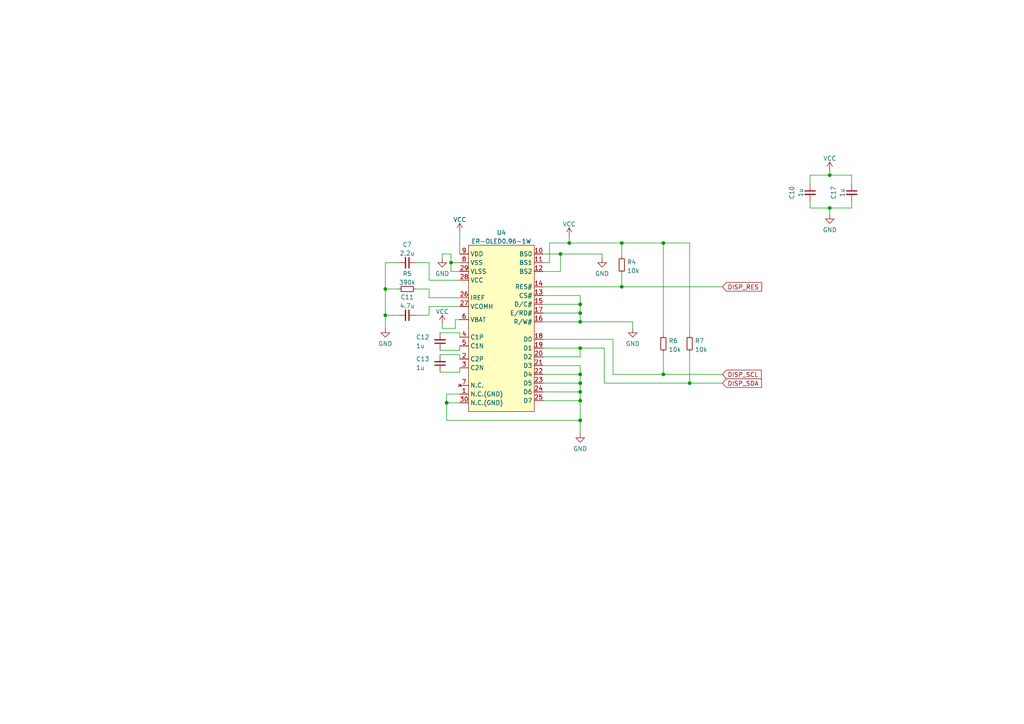
<source format=kicad_sch>
(kicad_sch (version 20230121) (generator eeschema)
  (paper "A4")
  (lib_symbols
    (symbol "Device:C_Small" (pin_numbers hide) (pin_names (offset 0.254) hide)
      (property "Reference" "C" (at 0.254 1.778 0))
      (property "Value" "C_Small" (at 0.254 -2.032 0))
      (symbol "C_Small_0_1"
        (polyline (pts (xy -1.524 -0.508) (xy 1.524 -0.508)) (stroke (width 0.3302)))
        (polyline (pts (xy -1.524 0.508) (xy 1.524 0.508)) (stroke (width 0.3048)))
      )
      (symbol "C_Small_1_1"
        (pin passive line (at 0 2.54 270) (length 2.032) (name "~") (number "1"))
        (pin passive line (at 0 -2.54 90) (length 2.032) (name "~") (number "2"))
      )
    )
    (symbol "Device:R_Small" (pin_numbers hide) (pin_names (offset 0.254) hide)
      (property "Reference" "R" (at 0.762 0.508 0))
      (property "Value" "R_Small" (at 0.762 -1.016 0))
      (symbol "R_Small_0_1"
        (rectangle (start -0.762 1.778) (end 0.762 -1.778) (stroke (width 0.2032)))
      )
      (symbol "R_Small_1_1"
        (pin passive line (at 0 2.54 270) (length 0.762) (name "~") (number "1"))
        (pin passive line (at 0 -2.54 90) (length 0.762) (name "~") (number "2"))
      )
    )
    (symbol "Symbols:SSD1306"
      (property "Reference" "U" (at -8.255 3.81 0))
      (property "Value" "SSD1306" (at 5.08 3.81 0))
      (symbol "SSD1306_0_1"
        (rectangle (start -9.525 2.54) (end 9.525 -45.72) (stroke (width 0.1524)) (fill (type background)))
        (rectangle (start -5.715 2.54) (end -5.715 2.54) (stroke (width 0.1524)) (fill (type outline)))
      )
      (symbol "SSD1306_1_1"
        (pin power_in line (at -12.065 -40.64 0) (length 2.54) (name "N.C.(GND)") (number "1"))
        (pin input line (at 12.065 0 180) (length 2.54) (name "BS0") (number "10"))
        (pin input line (at 12.065 -2.54 180) (length 2.54) (name "BS1") (number "11"))
        (pin input line (at 12.065 -5.08 180) (length 2.54) (name "BS2") (number "12"))
        (pin input line (at 12.065 -12.065 180) (length 2.54) (name "CS#") (number "13"))
        (pin input line (at 12.065 -9.525 180) (length 2.54) (name "RES#") (number "14"))
        (pin input line (at 12.065 -14.605 180) (length 2.54) (name "D/C#") (number "15"))
        (pin input line (at 12.065 -19.685 180) (length 2.54) (name "R/W#") (number "16"))
        (pin input line (at 12.065 -17.145 180) (length 2.54) (name "E/RD#") (number "17"))
        (pin bidirectional line (at 12.065 -24.765 180) (length 2.54) (name "D0") (number "18"))
        (pin bidirectional line (at 12.065 -27.305 180) (length 2.54) (name "D1") (number "19"))
        (pin input line (at -12.065 -30.48 0) (length 2.54) (name "C2P") (number "2"))
        (pin bidirectional line (at 12.065 -29.845 180) (length 2.54) (name "D2") (number "20"))
        (pin bidirectional line (at 12.065 -32.385 180) (length 2.54) (name "D3") (number "21"))
        (pin bidirectional line (at 12.065 -34.925 180) (length 2.54) (name "D4") (number "22"))
        (pin bidirectional line (at 12.065 -37.465 180) (length 2.54) (name "D5") (number "23"))
        (pin bidirectional line (at 12.065 -40.005 180) (length 2.54) (name "D6") (number "24"))
        (pin bidirectional line (at 12.065 -42.545 180) (length 2.54) (name "D7") (number "25"))
        (pin input line (at -12.065 -12.7 0) (length 2.54) (name "IREF") (number "26"))
        (pin output line (at -12.065 -15.24 0) (length 2.54) (name "VCOMH") (number "27"))
        (pin power_in line (at -12.065 -7.62 0) (length 2.54) (name "VCC") (number "28"))
        (pin power_in line (at -12.065 -5.08 0) (length 2.54) (name "VLSS") (number "29"))
        (pin input line (at -12.065 -33.02 0) (length 2.54) (name "C2N") (number "3"))
        (pin power_in line (at -12.065 -43.18 0) (length 2.54) (name "N.C.(GND)") (number "30"))
        (pin input line (at -12.065 -24.13 0) (length 2.54) (name "C1P") (number "4"))
        (pin input line (at -12.065 -26.67 0) (length 2.54) (name "C1N") (number "5"))
        (pin power_in line (at -12.065 -19.05 0) (length 2.54) (name "VBAT") (number "6"))
        (pin no_connect line (at -12.065 -38.1 0) (length 2.54) (name "N.C.") (number "7"))
        (pin power_in line (at -12.065 -2.54 0) (length 2.54) (name "VSS") (number "8"))
        (pin power_in line (at -12.065 0 0) (length 2.54) (name "VDD") (number "9"))
      )
    )
    (symbol "power:GND" (power) (pin_names (offset 0))
      (property "Value" "GND" (at 0 -3.81 0))
      (symbol "GND_0_1"
        (polyline (pts (xy 0 0) (xy 0 -1.27) (xy 1.27 -1.27) (xy 0 -2.54) (xy -1.27 -1.27) (xy 0 -1.27)))
      )
      (symbol "GND_1_1"
        (pin power_in line (at 0 0 270) (length 0) hide (name "GND") (number "1"))
      )
    )
    (symbol "power:VCC" (power) (pin_names (offset 0))
      (property "Value" "VCC" (at 0 3.81 0))
      (symbol "VCC_0_1"
        (polyline (pts (xy -0.762 1.27) (xy 0 2.54)))
        (polyline (pts (xy 0 0) (xy 0 2.54)))
        (polyline (pts (xy 0 2.54) (xy 0.762 1.27)))
      )
      (symbol "VCC_1_1"
        (pin power_in line (at 0 0 90) (length 0) hide (name "VCC") (number "1"))
      )
    )
  )
  (junction (at 168.275 108.585))
  (junction (at 165.1 70.485))
  (junction (at 192.405 108.585))
  (junction (at 111.76 91.44))
  (junction (at 180.34 83.185))
  (junction (at 129.54 116.84))
  (junction (at 192.405 70.485))
  (junction (at 168.275 116.205))
  (junction (at 168.275 88.265))
  (junction (at 168.275 111.125))
  (junction (at 111.76 83.82))
  (junction (at 168.275 113.665))
  (junction (at 240.665 50.8))
  (junction (at 168.275 121.92))
  (junction (at 168.275 90.805))
  (junction (at 240.665 60.325))
  (junction (at 130.81 76.2))
  (junction (at 180.34 70.485))
  (junction (at 168.275 93.345))
  (junction (at 168.275 100.965))
  (junction (at 200.025 111.125))
  (junction (at 162.56 73.66))
  (wire (pts (xy 130.81 76.2) (xy 130.81 73.66)))
  (wire (pts (xy 157.48 100.965) (xy 168.275 100.965)))
  (wire (pts (xy 133.35 114.3) (xy 129.54 114.3)))
  (wire (pts (xy 133.35 102.87) (xy 133.35 104.14)))
  (wire (pts (xy 192.405 97.155) (xy 192.405 70.485)))
  (wire (pts (xy 133.35 67.31) (xy 133.35 73.66)))
  (wire (pts (xy 168.275 85.725) (xy 168.275 88.265)))
  (wire (pts (xy 133.35 100.33) (xy 133.35 101.6)))
  (wire (pts (xy 133.35 101.6) (xy 127.635 101.6)))
  (wire (pts (xy 247.015 58.42) (xy 247.015 60.325)))
  (wire (pts (xy 124.46 88.9) (xy 133.35 88.9)))
  (wire (pts (xy 159.385 76.2) (xy 159.385 70.485)))
  (wire (pts (xy 157.48 103.505) (xy 168.275 103.505)))
  (wire (pts (xy 200.025 97.155) (xy 200.025 70.485)))
  (wire (pts (xy 165.1 68.58) (xy 165.1 70.485)))
  (wire (pts (xy 240.665 50.8) (xy 234.95 50.8)))
  (wire (pts (xy 132.08 95.25) (xy 132.08 92.71)))
  (wire (pts (xy 157.48 93.345) (xy 168.275 93.345)))
  (wire (pts (xy 133.35 106.68) (xy 133.35 107.95)))
  (wire (pts (xy 177.8 98.425) (xy 177.8 108.585)))
  (wire (pts (xy 124.46 83.82) (xy 124.46 86.36)))
  (wire (pts (xy 192.405 70.485) (xy 180.34 70.485)))
  (wire (pts (xy 127.635 107.95) (xy 133.35 107.95)))
  (wire (pts (xy 128.27 95.25) (xy 128.27 93.98)))
  (wire (pts (xy 234.95 58.42) (xy 234.95 60.325)))
  (wire (pts (xy 157.48 106.045) (xy 168.275 106.045)))
  (wire (pts (xy 128.27 73.66) (xy 128.27 74.93)))
  (wire (pts (xy 127.635 96.52) (xy 133.35 96.52)))
  (wire (pts (xy 130.81 78.74) (xy 130.81 76.2)))
  (wire (pts (xy 162.56 73.66) (xy 162.56 78.74)))
  (wire (pts (xy 168.275 90.805) (xy 168.275 93.345)))
  (wire (pts (xy 157.48 111.125) (xy 168.275 111.125)))
  (wire (pts (xy 157.48 85.725) (xy 168.275 85.725)))
  (wire (pts (xy 111.76 83.82) (xy 111.76 91.44)))
  (wire (pts (xy 120.65 91.44) (xy 124.46 91.44)))
  (wire (pts (xy 124.46 81.28) (xy 124.46 76.2)))
  (wire (pts (xy 133.35 96.52) (xy 133.35 97.79)))
  (wire (pts (xy 200.025 111.125) (xy 209.55 111.125)))
  (wire (pts (xy 162.56 73.66) (xy 174.625 73.66)))
  (wire (pts (xy 168.275 93.345) (xy 183.515 93.345)))
  (wire (pts (xy 133.35 81.28) (xy 124.46 81.28)))
  (wire (pts (xy 165.1 70.485) (xy 180.34 70.485)))
  (wire (pts (xy 168.275 121.92) (xy 168.275 125.73)))
  (wire (pts (xy 132.08 92.71) (xy 133.35 92.71)))
  (wire (pts (xy 168.275 100.965) (xy 175.26 100.965)))
  (wire (pts (xy 130.81 76.2) (xy 133.35 76.2)))
  (wire (pts (xy 192.405 108.585) (xy 209.55 108.585)))
  (wire (pts (xy 157.48 116.205) (xy 168.275 116.205)))
  (wire (pts (xy 129.54 114.3) (xy 129.54 116.84)))
  (wire (pts (xy 133.35 78.74) (xy 130.81 78.74)))
  (wire (pts (xy 120.65 83.82) (xy 124.46 83.82)))
  (wire (pts (xy 168.275 113.665) (xy 168.275 116.205)))
  (wire (pts (xy 157.48 73.66) (xy 162.56 73.66)))
  (wire (pts (xy 168.275 111.125) (xy 168.275 113.665)))
  (wire (pts (xy 200.025 102.235) (xy 200.025 111.125)))
  (wire (pts (xy 175.26 111.125) (xy 200.025 111.125)))
  (wire (pts (xy 115.57 76.2) (xy 111.76 76.2)))
  (wire (pts (xy 247.015 50.8) (xy 247.015 53.34)))
  (wire (pts (xy 240.665 49.53) (xy 240.665 50.8)))
  (wire (pts (xy 175.26 100.965) (xy 175.26 111.125)))
  (wire (pts (xy 128.27 95.25) (xy 132.08 95.25)))
  (wire (pts (xy 200.025 70.485) (xy 192.405 70.485)))
  (wire (pts (xy 234.95 60.325) (xy 240.665 60.325)))
  (wire (pts (xy 124.46 86.36) (xy 133.35 86.36)))
  (wire (pts (xy 129.54 116.84) (xy 133.35 116.84)))
  (wire (pts (xy 168.275 106.045) (xy 168.275 108.585)))
  (wire (pts (xy 111.76 91.44) (xy 115.57 91.44)))
  (wire (pts (xy 240.665 50.8) (xy 247.015 50.8)))
  (wire (pts (xy 183.515 93.345) (xy 183.515 95.25)))
  (wire (pts (xy 180.34 79.375) (xy 180.34 83.185)))
  (wire (pts (xy 157.48 83.185) (xy 180.34 83.185)))
  (wire (pts (xy 111.76 83.82) (xy 115.57 83.82)))
  (wire (pts (xy 174.625 73.66) (xy 174.625 74.93)))
  (wire (pts (xy 157.48 88.265) (xy 168.275 88.265)))
  (wire (pts (xy 157.48 113.665) (xy 168.275 113.665)))
  (wire (pts (xy 159.385 70.485) (xy 165.1 70.485)))
  (wire (pts (xy 124.46 76.2) (xy 120.65 76.2)))
  (wire (pts (xy 157.48 98.425) (xy 177.8 98.425)))
  (wire (pts (xy 234.95 50.8) (xy 234.95 53.34)))
  (wire (pts (xy 168.275 116.205) (xy 168.275 121.92)))
  (wire (pts (xy 111.76 76.2) (xy 111.76 83.82)))
  (wire (pts (xy 157.48 90.805) (xy 168.275 90.805)))
  (wire (pts (xy 168.275 108.585) (xy 168.275 111.125)))
  (wire (pts (xy 177.8 108.585) (xy 192.405 108.585)))
  (wire (pts (xy 111.76 91.44) (xy 111.76 95.25)))
  (wire (pts (xy 240.665 60.325) (xy 240.665 62.23)))
  (wire (pts (xy 129.54 121.92) (xy 168.275 121.92)))
  (wire (pts (xy 157.48 108.585) (xy 168.275 108.585)))
  (wire (pts (xy 168.275 100.965) (xy 168.275 103.505)))
  (wire (pts (xy 124.46 91.44) (xy 124.46 88.9)))
  (wire (pts (xy 128.27 73.66) (xy 130.81 73.66)))
  (wire (pts (xy 157.48 78.74) (xy 162.56 78.74)))
  (wire (pts (xy 180.34 83.185) (xy 209.55 83.185)))
  (wire (pts (xy 157.48 76.2) (xy 159.385 76.2)))
  (wire (pts (xy 192.405 102.235) (xy 192.405 108.585)))
  (wire (pts (xy 129.54 116.84) (xy 129.54 121.92)))
  (wire (pts (xy 247.015 60.325) (xy 240.665 60.325)))
  (wire (pts (xy 127.635 102.87) (xy 133.35 102.87)))
  (wire (pts (xy 180.34 74.295) (xy 180.34 70.485)))
  (wire (pts (xy 168.275 88.265) (xy 168.275 90.805)))
  (global_label "DISP_SCL" (shape input) (at 209.55 108.585 0) (property "Intersheetrefs" "${INTERSHEET_REFS}" (effects hide)))
  (global_label "DISP_SDA" (shape input) (at 209.55 111.125 0) (property "Intersheetrefs" "${INTERSHEET_REFS}" (effects hide)))
  (global_label "DISP_RES" (shape input) (at 209.55 83.185 0) (property "Intersheetrefs" "${INTERSHEET_REFS}" (effects hide)))
  (symbol (lib_id "Device:C_Small") (at 118.11 76.2 270) (unit 1)
    (property "Reference" "C7" (at 118.1036 70.9381 90))
    (property "Value" "2.2u" (at 118.1036 73.475 90))
    (property "Footprint" "Capacitor_SMD:C_0603_1608Metric" (effects hide))
  )
  (symbol (lib_id "Device:R_Small") (at 118.11 83.82 90) (unit 1)
    (property "Reference" "R5" (at 118.11 79.3836 90))
    (property "Value" "390k" (at 118.11 81.9205 90))
    (property "Footprint" "Resistor_SMD:R_0603_1608Metric" (effects hide))
  )
  (symbol (lib_id "power:VCC") (at 240.665 49.53 0) (unit 1)
    (property "Reference" "#PWR0119" (effects hide))
    (property "Value" "VCC" (at 240.665 45.9542 0))
  )
  (symbol (lib_id "Device:C_Small") (at 234.95 55.88 0) (unit 1)
    (property "Reference" "C10" (at 229.6881 55.8864 90))
    (property "Value" "1u" (at 232.225 55.8864 90))
    (property "Footprint" "Capacitor_SMD:C_0603_1608Metric" (effects hide))
  )
  (symbol (lib_id "power:GND") (at 168.275 125.73 0) (unit 1)
    (property "Reference" "#PWR0110" (effects hide))
    (property "Value" "GND" (at 168.275 130.1734 0))
  )
  (symbol (lib_id "Device:R_Small") (at 200.025 99.695 180) (unit 1)
    (property "Reference" "R7" (at 201.5236 98.8603 0) (effects (justify right)))
    (property "Value" "10k" (at 201.5236 101.3972 0) (effects (justify right)))
    (property "Footprint" "Resistor_SMD:R_0603_1608Metric" (effects hide))
  )
  (symbol (lib_id "power:GND") (at 240.665 62.23 0) (unit 1)
    (property "Reference" "#PWR0118" (effects hide))
    (property "Value" "GND" (at 240.665 66.6734 0))
  )
  (symbol (lib_id "Device:C_Small") (at 127.635 105.41 180) (unit 1)
    (property "Reference" "C13" (at 120.65 104.14 0) (effects (justify right)))
    (property "Value" "1u" (at 120.65 106.6769 0) (effects (justify right)))
    (property "Footprint" "Capacitor_SMD:C_0603_1608Metric" (effects hide))
  )
  (symbol (lib_id "Device:R_Small") (at 192.405 99.695 180) (unit 1)
    (property "Reference" "R6" (at 193.9036 98.8603 0) (effects (justify right)))
    (property "Value" "10k" (at 193.9036 101.3972 0) (effects (justify right)))
    (property "Footprint" "Resistor_SMD:R_0603_1608Metric" (effects hide))
  )
  (symbol (lib_id "power:GND") (at 183.515 95.25 0) (unit 1)
    (property "Reference" "#PWR0113" (effects hide))
    (property "Value" "GND" (at 183.515 99.6934 0))
  )
  (symbol (lib_id "power:GND") (at 128.27 74.93 0) (unit 1)
    (property "Reference" "#PWR0115" (effects hide))
    (property "Value" "GND" (at 128.27 79.3734 0))
  )
  (symbol (lib_id "power:VCC") (at 165.1 68.58 0) (mirror y) (unit 1)
    (property "Reference" "#PWR0107" (effects hide))
    (property "Value" "VCC" (at 165.1 65.0042 0))
  )
  (symbol (lib_id "Device:C_Small") (at 127.635 99.06 180) (unit 1)
    (property "Reference" "C12" (at 120.65 97.79 0) (effects (justify right)))
    (property "Value" "1u" (at 120.65 100.3269 0) (effects (justify right)))
    (property "Footprint" "Capacitor_SMD:C_0603_1608Metric" (effects hide))
  )
  (symbol (lib_id "power:VCC") (at 128.27 93.98 0) (mirror y) (unit 1)
    (property "Reference" "#PWR0109" (effects hide))
    (property "Value" "VCC" (at 128.27 90.4042 0))
  )
  (symbol (lib_id "power:VCC") (at 133.35 67.31 0) (mirror y) (unit 1)
    (property "Reference" "#PWR0111" (effects hide))
    (property "Value" "VCC" (at 133.35 63.7342 0))
  )
  (symbol (lib_id "Device:C_Small") (at 118.11 91.44 270) (unit 1)
    (property "Reference" "C11" (at 118.1036 86.1781 90))
    (property "Value" "4.7u" (at 118.1036 88.715 90))
    (property "Footprint" "Capacitor_SMD:C_0805_2012Metric" (effects hide))
  )
  (symbol (lib_id "power:GND") (at 174.625 74.93 0) (unit 1)
    (property "Reference" "#PWR0114" (effects hide))
    (property "Value" "GND" (at 174.625 79.3734 0))
  )
  (symbol (lib_id "Symbols:SSD1306") (at 145.415 73.66 0) (unit 1)
    (property "Reference" "U4" (at 145.415 67.471 0))
    (property "Value" "ER-OLED0.96-1W" (at 145.415 70.0079 0))
    (property "Footprint" "Footprints:OLED-128O064D-WITH-FP" (effects hide))
  )
  (symbol (lib_id "power:GND") (at 111.76 95.25 0) (unit 1)
    (property "Reference" "#PWR0112" (effects hide))
    (property "Value" "GND" (at 111.76 99.6934 0))
  )
  (symbol (lib_id "Device:C_Small") (at 247.015 55.88 0) (unit 1)
    (property "Reference" "C17" (at 241.7531 55.8864 90))
    (property "Value" "1u" (at 244.29 55.8864 90))
    (property "Footprint" "Capacitor_SMD:C_0603_1608Metric" (effects hide))
  )
  (symbol (lib_id "Device:R_Small") (at 180.34 76.835 180) (unit 1)
    (property "Reference" "R4" (at 181.8386 76.0003 0) (effects (justify right)))
    (property "Value" "10k" (at 181.8386 78.5372 0) (effects (justify right)))
    (property "Footprint" "Resistor_SMD:R_0603_1608Metric" (effects hide))
  )
)
</source>
